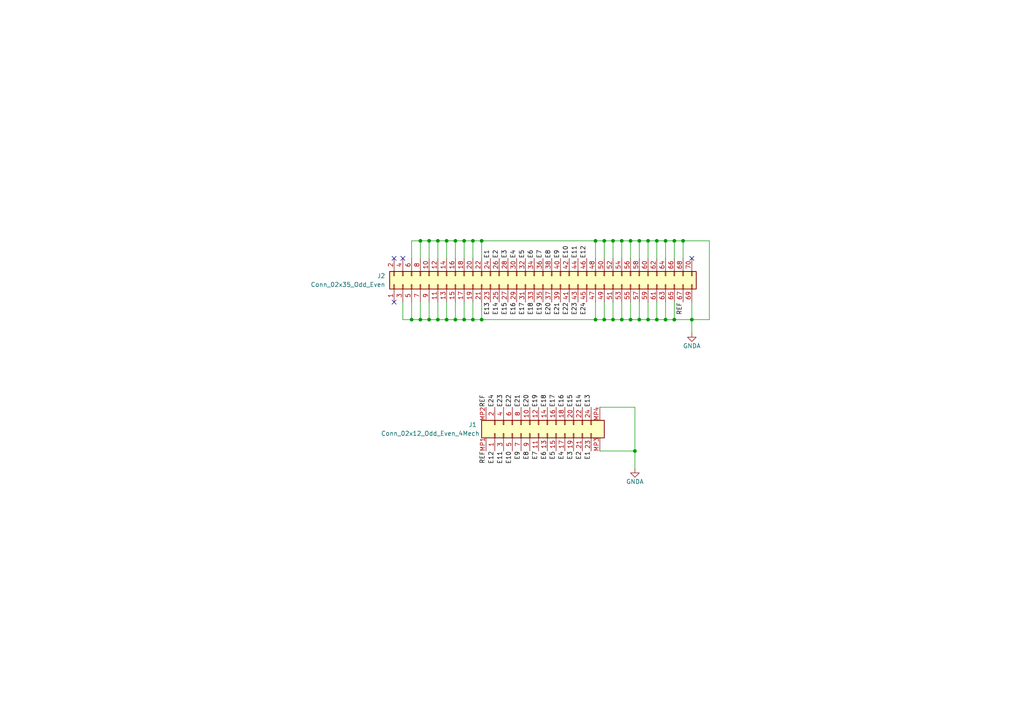
<source format=kicad_sch>
(kicad_sch (version 20211123) (generator eeschema)
  (paper "A4")
  (title_block (title "Pupdrive Flex Connector") (date "2022-03-26") (rev "A") (company "Open Ephys, Inc.") (comment 1 "Jonathan P. Newman"))
  (lib_symbols
    (symbol "Connector_Generic:Conn_02x35_Odd_Even" (pin_names (offset 1.016) hide)
      (property "Reference" "J" (at 1.27 45.72 0))
      (property "Value" "Conn_02x35_Odd_Even" (at 1.27 -45.72 0))
      (symbol "Conn_02x35_Odd_Even_1_1"
        (rectangle (start -1.27 -43.053) (end 0 -43.307) (stroke (width 0.1524)))
        (rectangle (start -1.27 -40.513) (end 0 -40.767) (stroke (width 0.1524)))
        (rectangle (start -1.27 -37.973) (end 0 -38.227) (stroke (width 0.1524)))
        (rectangle (start -1.27 -35.433) (end 0 -35.687) (stroke (width 0.1524)))
        (rectangle (start -1.27 -32.893) (end 0 -33.147) (stroke (width 0.1524)))
        (rectangle (start -1.27 -30.353) (end 0 -30.607) (stroke (width 0.1524)))
        (rectangle (start -1.27 -27.813) (end 0 -28.067) (stroke (width 0.1524)))
        (rectangle (start -1.27 -25.273) (end 0 -25.527) (stroke (width 0.1524)))
        (rectangle (start -1.27 -22.733) (end 0 -22.987) (stroke (width 0.1524)))
        (rectangle (start -1.27 -20.193) (end 0 -20.447) (stroke (width 0.1524)))
        (rectangle (start -1.27 -17.653) (end 0 -17.907) (stroke (width 0.1524)))
        (rectangle (start -1.27 -15.113) (end 0 -15.367) (stroke (width 0.1524)))
        (rectangle (start -1.27 -12.573) (end 0 -12.827) (stroke (width 0.1524)))
        (rectangle (start -1.27 -10.033) (end 0 -10.287) (stroke (width 0.1524)))
        (rectangle (start -1.27 -7.493) (end 0 -7.747) (stroke (width 0.1524)))
        (rectangle (start -1.27 -4.953) (end 0 -5.207) (stroke (width 0.1524)))
        (rectangle (start -1.27 -2.413) (end 0 -2.667) (stroke (width 0.1524)))
        (rectangle (start -1.27 0.127) (end 0 -0.127) (stroke (width 0.1524)))
        (rectangle (start -1.27 2.667) (end 0 2.413) (stroke (width 0.1524)))
        (rectangle (start -1.27 5.207) (end 0 4.953) (stroke (width 0.1524)))
        (rectangle (start -1.27 7.747) (end 0 7.493) (stroke (width 0.1524)))
        (rectangle (start -1.27 10.287) (end 0 10.033) (stroke (width 0.1524)))
        (rectangle (start -1.27 12.827) (end 0 12.573) (stroke (width 0.1524)))
        (rectangle (start -1.27 15.367) (end 0 15.113) (stroke (width 0.1524)))
        (rectangle (start -1.27 17.907) (end 0 17.653) (stroke (width 0.1524)))
        (rectangle (start -1.27 20.447) (end 0 20.193) (stroke (width 0.1524)))
        (rectangle (start -1.27 22.987) (end 0 22.733) (stroke (width 0.1524)))
        (rectangle (start -1.27 25.527) (end 0 25.273) (stroke (width 0.1524)))
        (rectangle (start -1.27 28.067) (end 0 27.813) (stroke (width 0.1524)))
        (rectangle (start -1.27 30.607) (end 0 30.353) (stroke (width 0.1524)))
        (rectangle (start -1.27 33.147) (end 0 32.893) (stroke (width 0.1524)))
        (rectangle (start -1.27 35.687) (end 0 35.433) (stroke (width 0.1524)))
        (rectangle (start -1.27 38.227) (end 0 37.973) (stroke (width 0.1524)))
        (rectangle (start -1.27 40.767) (end 0 40.513) (stroke (width 0.1524)))
        (rectangle (start -1.27 43.307) (end 0 43.053) (stroke (width 0.1524)))
        (rectangle (start -1.27 44.45) (end 3.81 -44.45) (stroke (width 0.254)) (fill (type background)))
        (rectangle (start 3.81 -43.053) (end 2.54 -43.307) (stroke (width 0.1524)))
        (rectangle (start 3.81 -40.513) (end 2.54 -40.767) (stroke (width 0.1524)))
        (rectangle (start 3.81 -37.973) (end 2.54 -38.227) (stroke (width 0.1524)))
        (rectangle (start 3.81 -35.433) (end 2.54 -35.687) (stroke (width 0.1524)))
        (rectangle (start 3.81 -32.893) (end 2.54 -33.147) (stroke (width 0.1524)))
        (rectangle (start 3.81 -30.353) (end 2.54 -30.607) (stroke (width 0.1524)))
        (rectangle (start 3.81 -27.813) (end 2.54 -28.067) (stroke (width 0.1524)))
        (rectangle (start 3.81 -25.273) (end 2.54 -25.527) (stroke (width 0.1524)))
        (rectangle (start 3.81 -22.733) (end 2.54 -22.987) (stroke (width 0.1524)))
        (rectangle (start 3.81 -20.193) (end 2.54 -20.447) (stroke (width 0.1524)))
        (rectangle (start 3.81 -17.653) (end 2.54 -17.907) (stroke (width 0.1524)))
        (rectangle (start 3.81 -15.113) (end 2.54 -15.367) (stroke (width 0.1524)))
        (rectangle (start 3.81 -12.573) (end 2.54 -12.827) (stroke (width 0.1524)))
        (rectangle (start 3.81 -10.033) (end 2.54 -10.287) (stroke (width 0.1524)))
        (rectangle (start 3.81 -7.493) (end 2.54 -7.747) (stroke (width 0.1524)))
        (rectangle (start 3.81 -4.953) (end 2.54 -5.207) (stroke (width 0.1524)))
        (rectangle (start 3.81 -2.413) (end 2.54 -2.667) (stroke (width 0.1524)))
        (rectangle (start 3.81 0.127) (end 2.54 -0.127) (stroke (width 0.1524)))
        (rectangle (start 3.81 2.667) (end 2.54 2.413) (stroke (width 0.1524)))
        (rectangle (start 3.81 5.207) (end 2.54 4.953) (stroke (width 0.1524)))
        (rectangle (start 3.81 7.747) (end 2.54 7.493) (stroke (width 0.1524)))
        (rectangle (start 3.81 10.287) (end 2.54 10.033) (stroke (width 0.1524)))
        (rectangle (start 3.81 12.827) (end 2.54 12.573) (stroke (width 0.1524)))
        (rectangle (start 3.81 15.367) (end 2.54 15.113) (stroke (width 0.1524)))
        (rectangle (start 3.81 17.907) (end 2.54 17.653) (stroke (width 0.1524)))
        (rectangle (start 3.81 20.447) (end 2.54 20.193) (stroke (width 0.1524)))
        (rectangle (start 3.81 22.987) (end 2.54 22.733) (stroke (width 0.1524)))
        (rectangle (start 3.81 25.527) (end 2.54 25.273) (stroke (width 0.1524)))
        (rectangle (start 3.81 28.067) (end 2.54 27.813) (stroke (width 0.1524)))
        (rectangle (start 3.81 30.607) (end 2.54 30.353) (stroke (width 0.1524)))
        (rectangle (start 3.81 33.147) (end 2.54 32.893) (stroke (width 0.1524)))
        (rectangle (start 3.81 35.687) (end 2.54 35.433) (stroke (width 0.1524)))
        (rectangle (start 3.81 38.227) (end 2.54 37.973) (stroke (width 0.1524)))
        (rectangle (start 3.81 40.767) (end 2.54 40.513) (stroke (width 0.1524)))
        (rectangle (start 3.81 43.307) (end 2.54 43.053) (stroke (width 0.1524)))
        (pin passive line (at -5.08 43.18 0) (length 3.81) (name "Pin_1") (number "1"))
        (pin passive line (at 7.62 33.02 180) (length 3.81) (name "Pin_10") (number "10"))
        (pin passive line (at -5.08 30.48 0) (length 3.81) (name "Pin_11") (number "11"))
        (pin passive line (at 7.62 30.48 180) (length 3.81) (name "Pin_12") (number "12"))
        (pin passive line (at -5.08 27.94 0) (length 3.81) (name "Pin_13") (number "13"))
        (pin passive line (at 7.62 27.94 180) (length 3.81) (name "Pin_14") (number "14"))
        (pin passive line (at -5.08 25.4 0) (length 3.81) (name "Pin_15") (number "15"))
        (pin passive line (at 7.62 25.4 180) (length 3.81) (name "Pin_16") (number "16"))
        (pin passive line (at -5.08 22.86 0) (length 3.81) (name "Pin_17") (number "17"))
        (pin passive line (at 7.62 22.86 180) (length 3.81) (name "Pin_18") (number "18"))
        (pin passive line (at -5.08 20.32 0) (length 3.81) (name "Pin_19") (number "19"))
        (pin passive line (at 7.62 43.18 180) (length 3.81) (name "Pin_2") (number "2"))
        (pin passive line (at 7.62 20.32 180) (length 3.81) (name "Pin_20") (number "20"))
        (pin passive line (at -5.08 17.78 0) (length 3.81) (name "Pin_21") (number "21"))
        (pin passive line (at 7.62 17.78 180) (length 3.81) (name "Pin_22") (number "22"))
        (pin passive line (at -5.08 15.24 0) (length 3.81) (name "Pin_23") (number "23"))
        (pin passive line (at 7.62 15.24 180) (length 3.81) (name "Pin_24") (number "24"))
        (pin passive line (at -5.08 12.7 0) (length 3.81) (name "Pin_25") (number "25"))
        (pin passive line (at 7.62 12.7 180) (length 3.81) (name "Pin_26") (number "26"))
        (pin passive line (at -5.08 10.16 0) (length 3.81) (name "Pin_27") (number "27"))
        (pin passive line (at 7.62 10.16 180) (length 3.81) (name "Pin_28") (number "28"))
        (pin passive line (at -5.08 7.62 0) (length 3.81) (name "Pin_29") (number "29"))
        (pin passive line (at -5.08 40.64 0) (length 3.81) (name "Pin_3") (number "3"))
        (pin passive line (at 7.62 7.62 180) (length 3.81) (name "Pin_30") (number "30"))
        (pin passive line (at -5.08 5.08 0) (length 3.81) (name "Pin_31") (number "31"))
        (pin passive line (at 7.62 5.08 180) (length 3.81) (name "Pin_32") (number "32"))
        (pin passive line (at -5.08 2.54 0) (length 3.81) (name "Pin_33") (number "33"))
        (pin passive line (at 7.62 2.54 180) (length 3.81) (name "Pin_34") (number "34"))
        (pin passive line (at -5.08 0 0) (length 3.81) (name "Pin_35") (number "35"))
        (pin passive line (at 7.62 0 180) (length 3.81) (name "Pin_36") (number "36"))
        (pin passive line (at -5.08 -2.54 0) (length 3.81) (name "Pin_37") (number "37"))
        (pin passive line (at 7.62 -2.54 180) (length 3.81) (name "Pin_38") (number "38"))
        (pin passive line (at -5.08 -5.08 0) (length 3.81) (name "Pin_39") (number "39"))
        (pin passive line (at 7.62 40.64 180) (length 3.81) (name "Pin_4") (number "4"))
        (pin passive line (at 7.62 -5.08 180) (length 3.81) (name "Pin_40") (number "40"))
        (pin passive line (at -5.08 -7.62 0) (length 3.81) (name "Pin_41") (number "41"))
        (pin passive line (at 7.62 -7.62 180) (length 3.81) (name "Pin_42") (number "42"))
        (pin passive line (at -5.08 -10.16 0) (length 3.81) (name "Pin_43") (number "43"))
        (pin passive line (at 7.62 -10.16 180) (length 3.81) (name "Pin_44") (number "44"))
        (pin passive line (at -5.08 -12.7 0) (length 3.81) (name "Pin_45") (number "45"))
        (pin passive line (at 7.62 -12.7 180) (length 3.81) (name "Pin_46") (number "46"))
        (pin passive line (at -5.08 -15.24 0) (length 3.81) (name "Pin_47") (number "47"))
        (pin passive line (at 7.62 -15.24 180) (length 3.81) (name "Pin_48") (number "48"))
        (pin passive line (at -5.08 -17.78 0) (length 3.81) (name "Pin_49") (number "49"))
        (pin passive line (at -5.08 38.1 0) (length 3.81) (name "Pin_5") (number "5"))
        (pin passive line (at 7.62 -17.78 180) (length 3.81) (name "Pin_50") (number "50"))
        (pin passive line (at -5.08 -20.32 0) (length 3.81) (name "Pin_51") (number "51"))
        (pin passive line (at 7.62 -20.32 180) (length 3.81) (name "Pin_52") (number "52"))
        (pin passive line (at -5.08 -22.86 0) (length 3.81) (name "Pin_53") (number "53"))
        (pin passive line (at 7.62 -22.86 180) (length 3.81) (name "Pin_54") (number "54"))
        (pin passive line (at -5.08 -25.4 0) (length 3.81) (name "Pin_55") (number "55"))
        (pin passive line (at 7.62 -25.4 180) (length 3.81) (name "Pin_56") (number "56"))
        (pin passive line (at -5.08 -27.94 0) (length 3.81) (name "Pin_57") (number "57"))
        (pin passive line (at 7.62 -27.94 180) (length 3.81) (name "Pin_58") (number "58"))
        (pin passive line (at -5.08 -30.48 0) (length 3.81) (name "Pin_59") (number "59"))
        (pin passive line (at 7.62 38.1 180) (length 3.81) (name "Pin_6") (number "6"))
        (pin passive line (at 7.62 -30.48 180) (length 3.81) (name "Pin_60") (number "60"))
        (pin passive line (at -5.08 -33.02 0) (length 3.81) (name "Pin_61") (number "61"))
        (pin passive line (at 7.62 -33.02 180) (length 3.81) (name "Pin_62") (number "62"))
        (pin passive line (at -5.08 -35.56 0) (length 3.81) (name "Pin_63") (number "63"))
        (pin passive line (at 7.62 -35.56 180) (length 3.81) (name "Pin_64") (number "64"))
        (pin passive line (at -5.08 -38.1 0) (length 3.81) (name "Pin_65") (number "65"))
        (pin passive line (at 7.62 -38.1 180) (length 3.81) (name "Pin_66") (number "66"))
        (pin passive line (at -5.08 -40.64 0) (length 3.81) (name "Pin_67") (number "67"))
        (pin passive line (at 7.62 -40.64 180) (length 3.81) (name "Pin_68") (number "68"))
        (pin passive line (at -5.08 -43.18 0) (length 3.81) (name "Pin_69") (number "69"))
        (pin passive line (at -5.08 35.56 0) (length 3.81) (name "Pin_7") (number "7"))
        (pin passive line (at 7.62 -43.18 180) (length 3.81) (name "Pin_70") (number "70"))
        (pin passive line (at 7.62 35.56 180) (length 3.81) (name "Pin_8") (number "8"))
        (pin passive line (at -5.08 33.02 0) (length 3.81) (name "Pin_9") (number "9"))
      )
    )
    (symbol "jonnew:Conn_02x12_Odd_Even_4Mech" (pin_names hide)
      (property "Reference" "J" (at 0 22.86 0))
      (property "Value" "Conn_02x12_Odd_Even_4Mech" (at 1.27 20.32 0))
      (symbol "Conn_02x12_Odd_Even_4Mech_1_1"
        (rectangle (start -2.54 -13.843) (end -1.27 -14.097) (stroke (width 0.1524)))
        (rectangle (start -2.54 -11.303) (end -1.27 -11.557) (stroke (width 0.1524)))
        (rectangle (start -2.54 -8.763) (end -1.27 -9.017) (stroke (width 0.1524)))
        (rectangle (start -2.54 -6.223) (end -1.27 -6.477) (stroke (width 0.1524)))
        (rectangle (start -2.54 -3.683) (end -1.27 -3.937) (stroke (width 0.1524)))
        (rectangle (start -2.54 -1.143) (end -1.27 -1.397) (stroke (width 0.1524)))
        (rectangle (start -2.54 1.397) (end -1.27 1.143) (stroke (width 0.1524)))
        (rectangle (start -2.54 3.937) (end -1.27 3.683) (stroke (width 0.1524)))
        (rectangle (start -2.54 6.477) (end -1.27 6.223) (stroke (width 0.1524)))
        (rectangle (start -2.54 9.017) (end -1.27 8.763) (stroke (width 0.1524)))
        (rectangle (start -2.54 11.557) (end -1.27 11.303) (stroke (width 0.1524)))
        (rectangle (start -2.54 14.097) (end -1.27 13.843) (stroke (width 0.1524)))
        (rectangle (start -2.54 17.78) (end 2.54 -17.78) (stroke (width 0.254)) (fill (type background)))
        (rectangle (start 2.54 -13.843) (end 1.27 -14.097) (stroke (width 0.1524)))
        (rectangle (start 2.54 -11.303) (end 1.27 -11.557) (stroke (width 0.1524)))
        (rectangle (start 2.54 -8.763) (end 1.27 -9.017) (stroke (width 0.1524)))
        (rectangle (start 2.54 -6.223) (end 1.27 -6.477) (stroke (width 0.1524)))
        (rectangle (start 2.54 -3.683) (end 1.27 -3.937) (stroke (width 0.1524)))
        (rectangle (start 2.54 -1.143) (end 1.27 -1.397) (stroke (width 0.1524)))
        (rectangle (start 2.54 1.397) (end 1.27 1.143) (stroke (width 0.1524)))
        (rectangle (start 2.54 3.937) (end 1.27 3.683) (stroke (width 0.1524)))
        (rectangle (start 2.54 6.477) (end 1.27 6.223) (stroke (width 0.1524)))
        (rectangle (start 2.54 9.017) (end 1.27 8.763) (stroke (width 0.1524)))
        (rectangle (start 2.54 11.557) (end 1.27 11.303) (stroke (width 0.1524)))
        (rectangle (start 2.54 14.097) (end 1.27 13.843) (stroke (width 0.1524)))
        (pin passive line (at -6.35 13.97 0) (length 3.81) (name "Pin_1") (number "1"))
        (pin passive line (at 6.35 3.81 180) (length 3.81) (name "Pin_10") (number "10"))
        (pin passive line (at -6.35 1.27 0) (length 3.81) (name "Pin_11") (number "11"))
        (pin passive line (at 6.35 1.27 180) (length 3.81) (name "Pin_12") (number "12"))
        (pin passive line (at -6.35 -1.27 0) (length 3.81) (name "Pin_13") (number "13"))
        (pin passive line (at 6.35 -1.27 180) (length 3.81) (name "Pin_14") (number "14"))
        (pin passive line (at -6.35 -3.81 0) (length 3.81) (name "Pin_15") (number "15"))
        (pin passive line (at 6.35 -3.81 180) (length 3.81) (name "Pin_16") (number "16"))
        (pin passive line (at -6.35 -6.35 0) (length 3.81) (name "Pin_17") (number "17"))
        (pin passive line (at 6.35 -6.35 180) (length 3.81) (name "Pin_18") (number "18"))
        (pin passive line (at -6.35 -8.89 0) (length 3.81) (name "Pin_19") (number "19"))
        (pin passive line (at 6.35 13.97 180) (length 3.81) (name "Pin_2") (number "2"))
        (pin passive line (at 6.35 -8.89 180) (length 3.81) (name "Pin_20") (number "20"))
        (pin passive line (at -6.35 -11.43 0) (length 3.81) (name "Pin_21") (number "21"))
        (pin passive line (at 6.35 -11.43 180) (length 3.81) (name "Pin_22") (number "22"))
        (pin passive line (at -6.35 -13.97 0) (length 3.81) (name "Pin_23") (number "23"))
        (pin passive line (at 6.35 -13.97 180) (length 3.81) (name "Pin_24") (number "24"))
        (pin passive line (at -6.35 11.43 0) (length 3.81) (name "Pin_3") (number "3"))
        (pin passive line (at 6.35 11.43 180) (length 3.81) (name "Pin_4") (number "4"))
        (pin passive line (at -6.35 8.89 0) (length 3.81) (name "Pin_5") (number "5"))
        (pin passive line (at 6.35 8.89 180) (length 3.81) (name "Pin_6") (number "6"))
        (pin passive line (at -6.35 6.35 0) (length 3.81) (name "Pin_7") (number "7"))
        (pin passive line (at 6.35 6.35 180) (length 3.81) (name "Pin_8") (number "8"))
        (pin passive line (at -6.35 3.81 0) (length 3.81) (name "Pin_9") (number "9"))
        (pin passive line (at -6.35 16.51 0) (length 3.81) (name "MountPin1") (number "MP1"))
        (pin passive line (at 6.35 16.51 180) (length 3.81) (name "MountPin2") (number "MP2"))
        (pin passive line (at -6.35 -16.51 0) (length 3.81) (name "MountPin3") (number "MP3"))
        (pin passive line (at 6.35 -16.51 180) (length 3.81) (name "MountPin4") (number "MP4"))
      )
    )
    (symbol "power:GNDA" (power) (pin_names (offset 0))
      (property "Value" "GNDA" (at 0 -3.81 0))
      (symbol "GNDA_0_1"
        (polyline (pts (xy 0 0) (xy 0 -1.27) (xy 1.27 -1.27) (xy 0 -2.54) (xy -1.27 -1.27) (xy 0 -1.27)))
      )
      (symbol "GNDA_1_1"
        (pin power_in line (at 0 0 270) (length 0) hide (name "GNDA") (number "1"))
      )
    )
  )
  (junction (at 190.5 92.71))
  (junction (at 198.12 69.85))
  (junction (at 195.58 92.71))
  (junction (at 180.34 69.85))
  (junction (at 177.8 69.85))
  (junction (at 177.8 92.71))
  (junction (at 124.46 92.71))
  (junction (at 185.42 92.71))
  (junction (at 124.46 69.85))
  (junction (at 134.62 69.85))
  (junction (at 187.96 69.85))
  (junction (at 137.16 92.71))
  (junction (at 187.96 92.71))
  (junction (at 200.66 92.71))
  (junction (at 182.88 69.85))
  (junction (at 172.72 92.71))
  (junction (at 193.04 92.71))
  (junction (at 132.08 69.85))
  (junction (at 184.15 130.81))
  (junction (at 132.08 92.71))
  (junction (at 175.26 92.71))
  (junction (at 137.16 69.85))
  (junction (at 127 69.85))
  (junction (at 172.72 69.85))
  (junction (at 175.26 69.85))
  (junction (at 193.04 69.85))
  (junction (at 134.62 92.71))
  (junction (at 129.54 92.71))
  (junction (at 121.92 69.85))
  (junction (at 195.58 69.85))
  (junction (at 127 92.71))
  (junction (at 190.5 69.85))
  (junction (at 180.34 92.71))
  (junction (at 121.92 92.71))
  (junction (at 185.42 69.85))
  (junction (at 129.54 69.85))
  (junction (at 182.88 92.71))
  (junction (at 139.7 92.71))
  (junction (at 139.7 69.85))
  (junction (at 119.38 92.71))
  (no_connect (at 114.3 87.63))
  (no_connect (at 114.3 74.93))
  (no_connect (at 116.84 74.93))
  (no_connect (at 200.66 74.93))
  (wire (pts (xy 129.54 92.71) (xy 127 92.71)))
  (wire (pts (xy 127 92.71) (xy 124.46 92.71)))
  (wire (pts (xy 121.92 69.85) (xy 124.46 69.85)))
  (wire (pts (xy 172.72 69.85) (xy 175.26 69.85)))
  (wire (pts (xy 132.08 69.85) (xy 134.62 69.85)))
  (wire (pts (xy 124.46 69.85) (xy 124.46 74.93)))
  (wire (pts (xy 124.46 69.85) (xy 127 69.85)))
  (wire (pts (xy 195.58 69.85) (xy 195.58 74.93)))
  (wire (pts (xy 175.26 87.63) (xy 175.26 92.71)))
  (wire (pts (xy 132.08 69.85) (xy 132.08 74.93)))
  (wire (pts (xy 184.15 130.81) (xy 184.15 135.89)))
  (wire (pts (xy 193.04 69.85) (xy 195.58 69.85)))
  (wire (pts (xy 127 87.63) (xy 127 92.71)))
  (wire (pts (xy 180.34 92.71) (xy 177.8 92.71)))
  (wire (pts (xy 177.8 92.71) (xy 175.26 92.71)))
  (wire (pts (xy 134.62 92.71) (xy 132.08 92.71)))
  (wire (pts (xy 198.12 69.85) (xy 198.12 74.93)))
  (wire (pts (xy 187.96 69.85) (xy 187.96 74.93)))
  (wire (pts (xy 200.66 87.63) (xy 200.66 92.71)))
  (wire (pts (xy 198.12 69.85) (xy 205.74 69.85)))
  (wire (pts (xy 195.58 69.85) (xy 198.12 69.85)))
  (wire (pts (xy 134.62 69.85) (xy 137.16 69.85)))
  (wire (pts (xy 195.58 87.63) (xy 195.58 92.71)))
  (wire (pts (xy 137.16 87.63) (xy 137.16 92.71)))
  (wire (pts (xy 139.7 92.71) (xy 172.72 92.71)))
  (wire (pts (xy 132.08 92.71) (xy 129.54 92.71)))
  (wire (pts (xy 193.04 69.85) (xy 193.04 74.93)))
  (wire (pts (xy 182.88 69.85) (xy 185.42 69.85)))
  (wire (pts (xy 172.72 87.63) (xy 172.72 92.71)))
  (wire (pts (xy 190.5 92.71) (xy 187.96 92.71)))
  (wire (pts (xy 175.26 92.71) (xy 172.72 92.71)))
  (wire (pts (xy 139.7 69.85) (xy 172.72 69.85)))
  (wire (pts (xy 139.7 69.85) (xy 139.7 74.93)))
  (wire (pts (xy 200.66 92.71) (xy 200.66 96.52)))
  (wire (pts (xy 132.08 87.63) (xy 132.08 92.71)))
  (wire (pts (xy 205.74 69.85) (xy 205.74 92.71)))
  (wire (pts (xy 193.04 92.71) (xy 190.5 92.71)))
  (wire (pts (xy 173.99 118.11) (xy 184.15 118.11)))
  (wire (pts (xy 180.34 69.85) (xy 180.34 74.93)))
  (wire (pts (xy 190.5 87.63) (xy 190.5 92.71)))
  (wire (pts (xy 129.54 87.63) (xy 129.54 92.71)))
  (wire (pts (xy 190.5 69.85) (xy 190.5 74.93)))
  (wire (pts (xy 119.38 87.63) (xy 119.38 92.71)))
  (wire (pts (xy 137.16 92.71) (xy 134.62 92.71)))
  (wire (pts (xy 173.99 130.81) (xy 184.15 130.81)))
  (wire (pts (xy 187.96 87.63) (xy 187.96 92.71)))
  (wire (pts (xy 195.58 92.71) (xy 200.66 92.71)))
  (wire (pts (xy 127 69.85) (xy 127 74.93)))
  (wire (pts (xy 119.38 69.85) (xy 121.92 69.85)))
  (wire (pts (xy 185.42 92.71) (xy 182.88 92.71)))
  (wire (pts (xy 175.26 69.85) (xy 177.8 69.85)))
  (wire (pts (xy 121.92 92.71) (xy 119.38 92.71)))
  (wire (pts (xy 121.92 69.85) (xy 121.92 74.93)))
  (wire (pts (xy 193.04 87.63) (xy 193.04 92.71)))
  (wire (pts (xy 185.42 87.63) (xy 185.42 92.71)))
  (wire (pts (xy 187.96 92.71) (xy 185.42 92.71)))
  (wire (pts (xy 172.72 74.93) (xy 172.72 69.85)))
  (wire (pts (xy 137.16 69.85) (xy 137.16 74.93)))
  (wire (pts (xy 190.5 69.85) (xy 193.04 69.85)))
  (wire (pts (xy 137.16 69.85) (xy 139.7 69.85)))
  (wire (pts (xy 139.7 92.71) (xy 137.16 92.71)))
  (wire (pts (xy 182.88 69.85) (xy 182.88 74.93)))
  (wire (pts (xy 184.15 118.11) (xy 184.15 130.81)))
  (wire (pts (xy 124.46 92.71) (xy 121.92 92.71)))
  (wire (pts (xy 182.88 87.63) (xy 182.88 92.71)))
  (wire (pts (xy 195.58 92.71) (xy 193.04 92.71)))
  (wire (pts (xy 124.46 87.63) (xy 124.46 92.71)))
  (wire (pts (xy 129.54 69.85) (xy 132.08 69.85)))
  (wire (pts (xy 177.8 69.85) (xy 180.34 69.85)))
  (wire (pts (xy 177.8 69.85) (xy 177.8 74.93)))
  (wire (pts (xy 119.38 92.71) (xy 116.84 92.71)))
  (wire (pts (xy 182.88 92.71) (xy 180.34 92.71)))
  (wire (pts (xy 185.42 69.85) (xy 185.42 74.93)))
  (wire (pts (xy 127 69.85) (xy 129.54 69.85)))
  (wire (pts (xy 187.96 69.85) (xy 190.5 69.85)))
  (wire (pts (xy 180.34 87.63) (xy 180.34 92.71)))
  (wire (pts (xy 205.74 92.71) (xy 200.66 92.71)))
  (wire (pts (xy 175.26 69.85) (xy 175.26 74.93)))
  (wire (pts (xy 177.8 87.63) (xy 177.8 92.71)))
  (wire (pts (xy 119.38 74.93) (xy 119.38 69.85)))
  (wire (pts (xy 134.62 87.63) (xy 134.62 92.71)))
  (wire (pts (xy 116.84 87.63) (xy 116.84 92.71)))
  (wire (pts (xy 129.54 69.85) (xy 129.54 74.93)))
  (wire (pts (xy 180.34 69.85) (xy 182.88 69.85)))
  (wire (pts (xy 185.42 69.85) (xy 187.96 69.85)))
  (wire (pts (xy 139.7 87.63) (xy 139.7 92.71)))
  (wire (pts (xy 121.92 87.63) (xy 121.92 92.71)))
  (wire (pts (xy 134.62 69.85) (xy 134.62 74.93)))
  (label "E6" (at 158.75 130.81 270))
  (label "E10" (at 148.59 130.81 270))
  (label "E18" (at 154.94 87.63 270))
  (label "E3" (at 147.32 74.93 90))
  (label "E5" (at 161.29 130.81 270))
  (label "E11" (at 146.05 130.81 270))
  (label "E21" (at 162.56 87.63 270))
  (label "E11" (at 167.64 74.93 90))
  (label "E8" (at 153.67 130.81 270))
  (label "E5" (at 152.4 74.93 90))
  (label "E4" (at 149.86 74.93 90))
  (label "E1" (at 142.24 74.93 90))
  (label "E7" (at 156.21 130.81 270))
  (label "REF" (at 198.12 87.63 270))
  (label "E23" (at 167.64 87.63 270))
  (label "E17" (at 161.29 118.11 90))
  (label "E19" (at 156.21 118.11 90))
  (label "E20" (at 153.67 118.11 90))
  (label "E13" (at 142.24 87.63 270))
  (label "E13" (at 171.45 118.11 90))
  (label "E4" (at 163.83 130.81 270))
  (label "E12" (at 170.18 74.93 90))
  (label "REF" (at 140.97 118.11 90))
  (label "E16" (at 163.83 118.11 90))
  (label "E20" (at 160.02 87.63 270))
  (label "E8" (at 160.02 74.93 90))
  (label "E9" (at 162.56 74.93 90))
  (label "E2" (at 144.78 74.93 90))
  (label "E3" (at 166.37 130.81 270))
  (label "E16" (at 149.86 87.63 270))
  (label "E24" (at 143.51 118.11 90))
  (label "E17" (at 152.4 87.63 270))
  (label "E19" (at 157.48 87.63 270))
  (label "E22" (at 148.59 118.11 90))
  (label "E23" (at 146.05 118.11 90))
  (label "E9" (at 151.13 130.81 270))
  (label "E10" (at 165.1 74.93 90))
  (label "E12" (at 143.51 130.81 270))
  (label "E22" (at 165.1 87.63 270))
  (label "E14" (at 168.91 118.11 90))
  (label "E18" (at 158.75 118.11 90))
  (label "E6" (at 154.94 74.93 90))
  (label "E24" (at 170.18 87.63 270))
  (label "E21" (at 151.13 118.11 90))
  (label "E7" (at 157.48 74.93 90))
  (label "E2" (at 168.91 130.81 270))
  (label "E15" (at 166.37 118.11 90))
  (label "REF" (at 140.97 130.81 270))
  (label "E15" (at 147.32 87.63 270))
  (label "E1" (at 171.45 130.81 270))
  (label "E14" (at 144.78 87.63 270))
  (symbol (lib_id "jonnew:Conn_02x12_Odd_Even_4Mech") (at 157.48 124.46 90) (unit 1)
    (property "Reference" "J1" (at 135.89 123.19 90) (effects (justify right)))
    (property "Value" "Conn_02x12_Odd_Even_4Mech" (at 110.49 125.73 90) (effects (justify right)))
    (property "Footprint" "jonnew:MOLEX_5052702412" (effects hide))
  )
  (symbol (lib_id "Connector_Generic:Conn_02x35_Odd_Even") (at 157.48 82.55 90) (unit 1)
    (property "Reference" "J2" (at 111.76 80.0099 90) (effects (justify left)))
    (property "Value" "Conn_02x35_Odd_Even" (at 111.76 82.5499 90) (effects (justify left)))
    (property "Footprint" "jonnew:HIROSE_DF40C(2.0)-70DS-0.4V(51)" (effects hide))
  )
  (symbol (lib_id "power:GNDA") (at 184.15 135.89 0) (unit 1)
    (property "Reference" "#PWR0101" (effects hide))
    (property "Value" "GNDA" (at 184.15 139.7 0))
  )
  (symbol (lib_id "power:GNDA") (at 200.66 96.52 0) (unit 1)
    (property "Reference" "#PWR0102" (effects hide))
    (property "Value" "GNDA" (at 200.66 100.33 0))
  )
)
</source>
